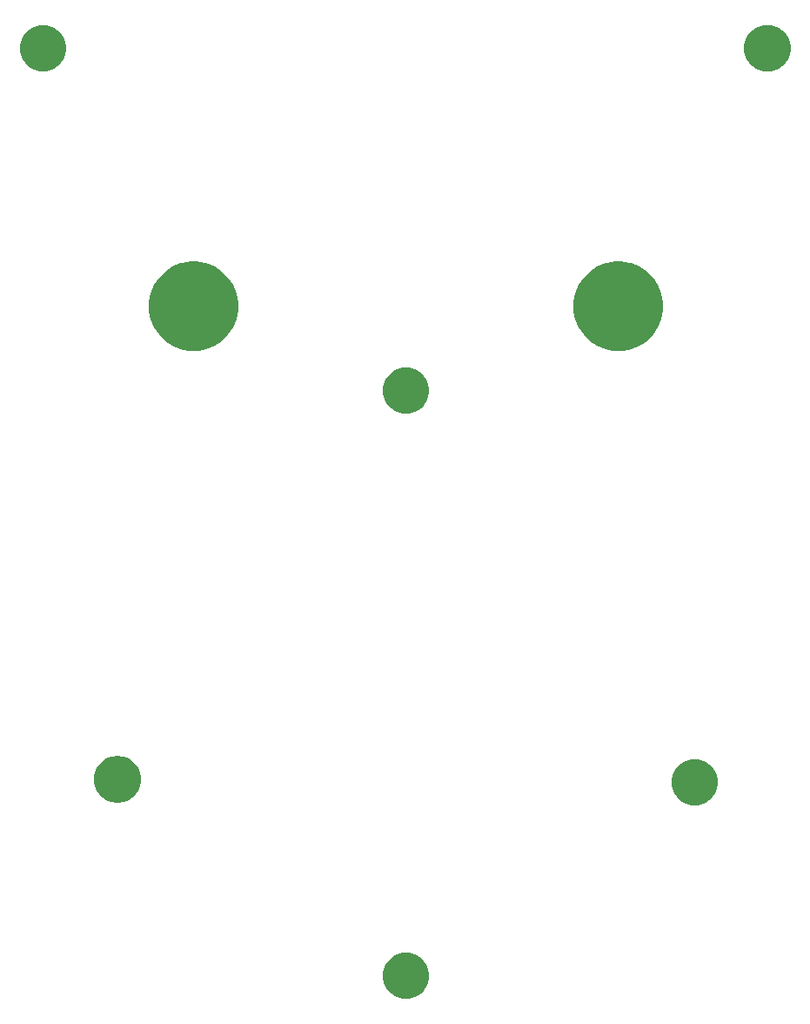
<source format=gbr>
G04 #@! TF.GenerationSoftware,KiCad,Pcbnew,(5.0.0)*
G04 #@! TF.CreationDate,2019-08-26T00:43:06-04:00*
G04 #@! TF.ProjectId,discipad-bottom-pcb,64697363697061642D626F74746F6D2D,rev?*
G04 #@! TF.SameCoordinates,Original*
G04 #@! TF.FileFunction,Soldermask,Top*
G04 #@! TF.FilePolarity,Negative*
%FSLAX46Y46*%
G04 Gerber Fmt 4.6, Leading zero omitted, Abs format (unit mm)*
G04 Created by KiCad (PCBNEW (5.0.0)) date 08/26/19 00:43:06*
%MOMM*%
%LPD*%
G01*
G04 APERTURE LIST*
%ADD10C,0.100000*%
G04 APERTURE END LIST*
D10*
G36*
X144142004Y-116452927D02*
X144490152Y-116522177D01*
X144899808Y-116691862D01*
X145268488Y-116938207D01*
X145582025Y-117251744D01*
X145828370Y-117620424D01*
X145998055Y-118030080D01*
X146084559Y-118464969D01*
X146084559Y-118908377D01*
X145998055Y-119343266D01*
X145828370Y-119752922D01*
X145582025Y-120121602D01*
X145268488Y-120435139D01*
X144899808Y-120681484D01*
X144490152Y-120851169D01*
X144142004Y-120920419D01*
X144055265Y-120937673D01*
X143611853Y-120937673D01*
X143525114Y-120920419D01*
X143176966Y-120851169D01*
X142767310Y-120681484D01*
X142398630Y-120435139D01*
X142085093Y-120121602D01*
X141838748Y-119752922D01*
X141669063Y-119343266D01*
X141582559Y-118908377D01*
X141582559Y-118464969D01*
X141669063Y-118030080D01*
X141838748Y-117620424D01*
X142085093Y-117251744D01*
X142398630Y-116938207D01*
X142767310Y-116691862D01*
X143176966Y-116522177D01*
X143525114Y-116452927D01*
X143611853Y-116435673D01*
X144055265Y-116435673D01*
X144142004Y-116452927D01*
X144142004Y-116452927D01*
G37*
G36*
X172223020Y-97607940D02*
X172571168Y-97677190D01*
X172980824Y-97846875D01*
X173349504Y-98093220D01*
X173663041Y-98406757D01*
X173909386Y-98775437D01*
X174079071Y-99185093D01*
X174165575Y-99619982D01*
X174165575Y-100063390D01*
X174079071Y-100498279D01*
X173909386Y-100907935D01*
X173663041Y-101276615D01*
X173349504Y-101590152D01*
X172980824Y-101836497D01*
X172571168Y-102006182D01*
X172223020Y-102075432D01*
X172136281Y-102092686D01*
X171692869Y-102092686D01*
X171606130Y-102075432D01*
X171257982Y-102006182D01*
X170848326Y-101836497D01*
X170479646Y-101590152D01*
X170166109Y-101276615D01*
X169919764Y-100907935D01*
X169750079Y-100498279D01*
X169663575Y-100063390D01*
X169663575Y-99619982D01*
X169750079Y-99185093D01*
X169919764Y-98775437D01*
X170166109Y-98406757D01*
X170479646Y-98093220D01*
X170848326Y-97846875D01*
X171257982Y-97677190D01*
X171606130Y-97607940D01*
X171692869Y-97590686D01*
X172136281Y-97590686D01*
X172223020Y-97607940D01*
X172223020Y-97607940D01*
G37*
G36*
X116060988Y-97332939D02*
X116409136Y-97402189D01*
X116818792Y-97571874D01*
X117187472Y-97818219D01*
X117501009Y-98131756D01*
X117747354Y-98500436D01*
X117917039Y-98910092D01*
X118003543Y-99344981D01*
X118003543Y-99788389D01*
X117917039Y-100223278D01*
X117747354Y-100632934D01*
X117501009Y-101001614D01*
X117187472Y-101315151D01*
X116818792Y-101561496D01*
X116409136Y-101731181D01*
X116060988Y-101800431D01*
X115974249Y-101817685D01*
X115530837Y-101817685D01*
X115444098Y-101800431D01*
X115095950Y-101731181D01*
X114686294Y-101561496D01*
X114317614Y-101315151D01*
X114004077Y-101001614D01*
X113757732Y-100632934D01*
X113588047Y-100223278D01*
X113501543Y-99788389D01*
X113501543Y-99344981D01*
X113588047Y-98910092D01*
X113757732Y-98500436D01*
X114004077Y-98131756D01*
X114317614Y-97818219D01*
X114686294Y-97571874D01*
X115095950Y-97402189D01*
X115444098Y-97332939D01*
X115530837Y-97315685D01*
X115974249Y-97315685D01*
X116060988Y-97332939D01*
X116060988Y-97332939D01*
G37*
G36*
X144142004Y-59550515D02*
X144490152Y-59619765D01*
X144899808Y-59789450D01*
X145268488Y-60035795D01*
X145582025Y-60349332D01*
X145828370Y-60718012D01*
X145998055Y-61127668D01*
X146084559Y-61562557D01*
X146084559Y-62005965D01*
X145998055Y-62440854D01*
X145828370Y-62850510D01*
X145582025Y-63219190D01*
X145268488Y-63532727D01*
X144899808Y-63779072D01*
X144490152Y-63948757D01*
X144142004Y-64018007D01*
X144055265Y-64035261D01*
X143611853Y-64035261D01*
X143525114Y-64018007D01*
X143176966Y-63948757D01*
X142767310Y-63779072D01*
X142398630Y-63532727D01*
X142085093Y-63219190D01*
X141838748Y-62850510D01*
X141669063Y-62440854D01*
X141582559Y-62005965D01*
X141582559Y-61562557D01*
X141669063Y-61127668D01*
X141838748Y-60718012D01*
X142085093Y-60349332D01*
X142398630Y-60035795D01*
X142767310Y-59789450D01*
X143176966Y-59619765D01*
X143525114Y-59550515D01*
X143611853Y-59533261D01*
X144055265Y-59533261D01*
X144142004Y-59550515D01*
X144142004Y-59550515D01*
G37*
G36*
X165056509Y-49234234D02*
X165777493Y-49377646D01*
X166569325Y-49705633D01*
X167281954Y-50181797D01*
X167887996Y-50787839D01*
X168364160Y-51500468D01*
X168692147Y-52292300D01*
X168859353Y-53132904D01*
X168859353Y-53989976D01*
X168692147Y-54830580D01*
X168364160Y-55622412D01*
X167887996Y-56335041D01*
X167281954Y-56941083D01*
X166569325Y-57417247D01*
X165777493Y-57745234D01*
X165056509Y-57888646D01*
X164936890Y-57912440D01*
X164079816Y-57912440D01*
X163960197Y-57888646D01*
X163239213Y-57745234D01*
X162447381Y-57417247D01*
X161734752Y-56941083D01*
X161128710Y-56335041D01*
X160652546Y-55622412D01*
X160324559Y-54830580D01*
X160157353Y-53989976D01*
X160157353Y-53132904D01*
X160324559Y-52292300D01*
X160652546Y-51500468D01*
X161128710Y-50787839D01*
X161734752Y-50181797D01*
X162447381Y-49705633D01*
X163239213Y-49377646D01*
X163960197Y-49234234D01*
X164079816Y-49210440D01*
X164936890Y-49210440D01*
X165056509Y-49234234D01*
X165056509Y-49234234D01*
G37*
G36*
X123706921Y-49234234D02*
X124427905Y-49377646D01*
X125219737Y-49705633D01*
X125932366Y-50181797D01*
X126538408Y-50787839D01*
X127014572Y-51500468D01*
X127342559Y-52292300D01*
X127509765Y-53132904D01*
X127509765Y-53989976D01*
X127342559Y-54830580D01*
X127014572Y-55622412D01*
X126538408Y-56335041D01*
X125932366Y-56941083D01*
X125219737Y-57417247D01*
X124427905Y-57745234D01*
X123706921Y-57888646D01*
X123587302Y-57912440D01*
X122730228Y-57912440D01*
X122610609Y-57888646D01*
X121889625Y-57745234D01*
X121097793Y-57417247D01*
X120385164Y-56941083D01*
X119779122Y-56335041D01*
X119302958Y-55622412D01*
X118974971Y-54830580D01*
X118807765Y-53989976D01*
X118807765Y-53132904D01*
X118974971Y-52292300D01*
X119302958Y-51500468D01*
X119779122Y-50787839D01*
X120385164Y-50181797D01*
X121097793Y-49705633D01*
X121889625Y-49377646D01*
X122610609Y-49234234D01*
X122730228Y-49210440D01*
X123587302Y-49210440D01*
X123706921Y-49234234D01*
X123706921Y-49234234D01*
G37*
G36*
X179309575Y-26242027D02*
X179657723Y-26311277D01*
X180067379Y-26480962D01*
X180436059Y-26727307D01*
X180749596Y-27040844D01*
X180995941Y-27409524D01*
X181165626Y-27819180D01*
X181252130Y-28254069D01*
X181252130Y-28697477D01*
X181165626Y-29132366D01*
X180995941Y-29542022D01*
X180749596Y-29910702D01*
X180436059Y-30224239D01*
X180067379Y-30470584D01*
X179657723Y-30640269D01*
X179309575Y-30709519D01*
X179222836Y-30726773D01*
X178779424Y-30726773D01*
X178692685Y-30709519D01*
X178344537Y-30640269D01*
X177934881Y-30470584D01*
X177566201Y-30224239D01*
X177252664Y-29910702D01*
X177006319Y-29542022D01*
X176836634Y-29132366D01*
X176750130Y-28697477D01*
X176750130Y-28254069D01*
X176836634Y-27819180D01*
X177006319Y-27409524D01*
X177252664Y-27040844D01*
X177566201Y-26727307D01*
X177934881Y-26480962D01*
X178344537Y-26311277D01*
X178692685Y-26242027D01*
X178779424Y-26224773D01*
X179222836Y-26224773D01*
X179309575Y-26242027D01*
X179309575Y-26242027D01*
G37*
G36*
X108811476Y-26242027D02*
X109159624Y-26311277D01*
X109569280Y-26480962D01*
X109937960Y-26727307D01*
X110251497Y-27040844D01*
X110497842Y-27409524D01*
X110667527Y-27819180D01*
X110754031Y-28254069D01*
X110754031Y-28697477D01*
X110667527Y-29132366D01*
X110497842Y-29542022D01*
X110251497Y-29910702D01*
X109937960Y-30224239D01*
X109569280Y-30470584D01*
X109159624Y-30640269D01*
X108811476Y-30709519D01*
X108724737Y-30726773D01*
X108281325Y-30726773D01*
X108194586Y-30709519D01*
X107846438Y-30640269D01*
X107436782Y-30470584D01*
X107068102Y-30224239D01*
X106754565Y-29910702D01*
X106508220Y-29542022D01*
X106338535Y-29132366D01*
X106252031Y-28697477D01*
X106252031Y-28254069D01*
X106338535Y-27819180D01*
X106508220Y-27409524D01*
X106754565Y-27040844D01*
X107068102Y-26727307D01*
X107436782Y-26480962D01*
X107846438Y-26311277D01*
X108194586Y-26242027D01*
X108281325Y-26224773D01*
X108724737Y-26224773D01*
X108811476Y-26242027D01*
X108811476Y-26242027D01*
G37*
M02*

</source>
